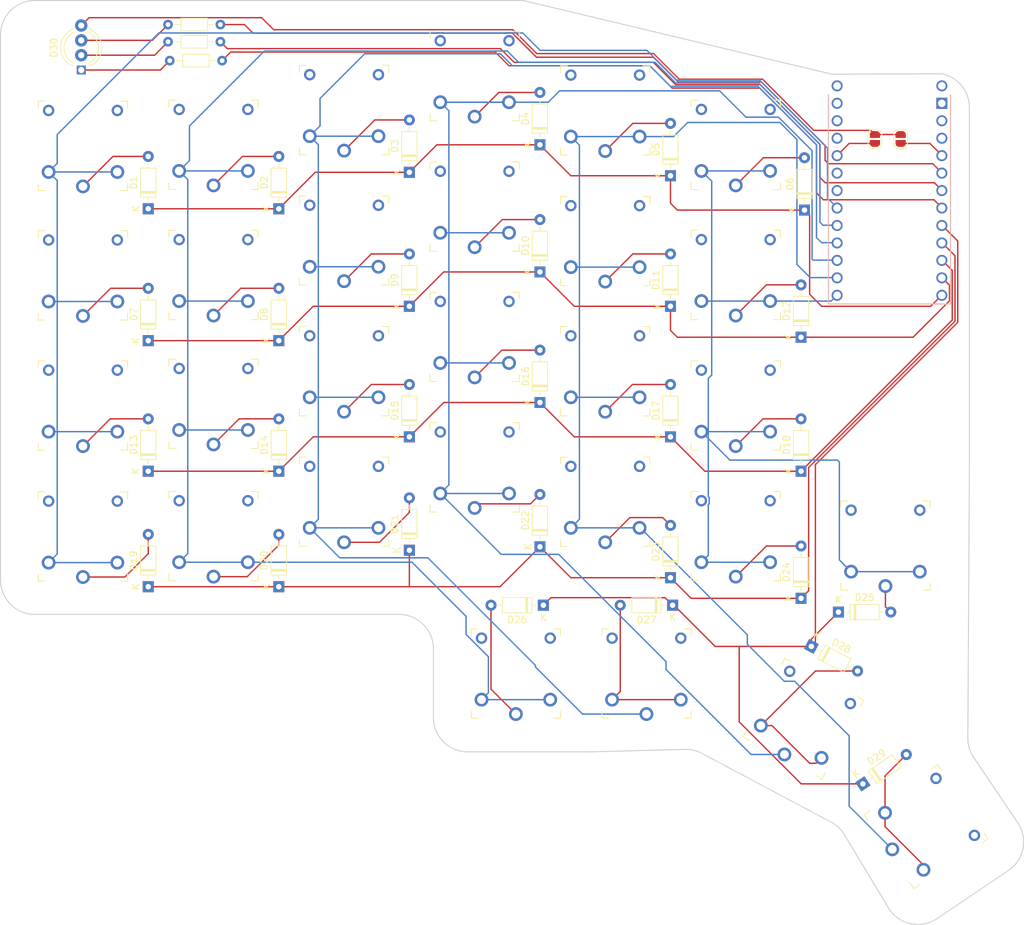
<source format=kicad_pcb>
(kicad_pcb (version 20241229) (generator "pcbnew") (generator_version "9.0")
  (layers (0 "F.Cu" signal) (2 "B.Cu" signal) (13 "F.Paste" user) (15 "B.Paste" user) (5 "F.SilkS" user "F.Silkscreen") (7 "B.SilkS" user "B.Silkscreen") (1 "F.Mask" user) (3 "B.Mask" user) (25 "Edge.Cuts" user))
  (net 0 "")
  (net 1 "ROW1")
  (net 2 "Net-(D1-A)")
  (net 3 "Net-(D2-A)")
  (net 4 "Net-(D3-A)")
  (net 5 "Net-(D4-A)")
  (net 6 "Net-(D5-A)")
  (net 7 "Net-(D6-A)")
  (net 8 "Net-(D7-A)")
  (net 9 "ROW2")
  (net 10 "Net-(D8-A)")
  (net 11 "Net-(D9-A)")
  (net 12 "Net-(D10-A)")
  (net 13 "Net-(D11-A)")
  (net 14 "Net-(D12-A)")
  (net 15 "Net-(D13-A)")
  (net 16 "ROW3")
  (net 17 "Net-(D14-A)")
  (net 18 "Net-(D15-A)")
  (net 19 "Net-(D16-A)")
  (net 20 "Net-(D17-A)")
  (net 21 "Net-(D18-A)")
  (net 22 "ROW4")
  (net 23 "Net-(D19-A)")
  (net 24 "Net-(D20-A)")
  (net 25 "Net-(D21-A)")
  (net 26 "Net-(D22-A)")
  (net 27 "Net-(D23-A)")
  (net 28 "Net-(D24-A)")
  (net 29 "Net-(D25-A)")
  (net 30 "ROWT")
  (net 31 "Net-(D26-A)")
  (net 32 "Net-(D27-A)")
  (net 33 "Net-(D28-A)")
  (net 34 "Net-(D29-A)")
  (net 35 "COL1")
  (net 36 "COL2")
  (net 37 "COL3")
  (net 38 "COL4")
  (net 39 "COL5")
  (net 40 "COL6")
  (net 41 "Net-(D30-BK)")
  (net 42 "Net-(D30-RK)")
  (net 44 "Net-(D30-GK)")
  (net 45 "3v3")
  (net 50 "LEDR")
  (net 53 "LEDG")
  (net 54 "LEDB")
  (net 55 "Net-(JP2-A)")
  (net 59 "Net-(JP1-A)")
  (footprint "Diode_THT:D_DO-35_SOD27_P7.62mm_Horizontal" (layer "F.Cu") (at 169 117.5 -28)
    (property "Reference" "D28")
    (property "Value" "1N4148")
  )
  (footprint "key-switches:SW_Kailh_Choc_V1V2_THT_Hybrid_doubleside" (layer "F.Cu") (at 63 101.5)
    (property "Reference" "SW19" (hide yes))
    (property "Value" "SW_Push" (hide yes))
  )
  (footprint "Diode_THT:D_DO-35_SOD27_P7.62mm_Horizontal" (layer "F.Cu") (at 167.5 92 90)
    (property "Reference" "D18")
    (property "Value" "1N4148")
  )
  (footprint "key-switches:SW_Kailh_Choc_V1V2_THT_Hybrid_doubleside" (layer "F.Cu") (at 120.000001 91.442194)
    (property "Reference" "SW22" (hide yes))
    (property "Value" "SW_Push" (hide yes))
  )
  (footprint "Diode_THT:D_DO-35_SOD27_P7.62mm_Horizontal" (layer "F.Cu") (at 91.5 73 90)
    (property "Reference" "D8")
    (property "Value" "1N4148")
  )
  (footprint "Diode_THT:D_DO-35_SOD27_P7.62mm_Horizontal" (layer "F.Cu") (at 148.5 107.5 90)
    (property "Reference" "D23")
    (property "Value" "1N4148")
  )
  (footprint "key-switches:SW_Kailh_Choc_V1V2_THT_Hybrid_doubleside" (layer "F.Cu") (at 158 44.5)
    (property "Reference" "SW6" (hide yes))
    (property "Value" "SW_Push" (hide yes))
  )
  (footprint "Diode_THT:D_DO-35_SOD27_P7.62mm_Horizontal" (layer "F.Cu") (at 72.5 53.809999 90)
    (property "Reference" "D1")
    (property "Value" "1N4148")
  )
  (footprint "Resistor_THT:R_Axial_DIN0204_L3.6mm_D1.6mm_P7.62mm_Horizontal" (layer "F.Cu") (at 75.63 32.25)
    (property "Reference" "R1" (hide yes))
    (property "Value" "R")
  )
  (footprint "key-switches:SW_Kailh_Choc_V1V2_THT_Hybrid_doubleside" (layer "F.Cu") (at 101.000001 58.442194)
    (property "Reference" "SW9" (hide yes))
    (property "Value" "SW_Push" (hide yes))
  )
  (footprint "key-switches:SW_Kailh_Choc_V1V2_THT_Hybrid_doubleside" (layer "F.Cu") (at 120.000001 72.442194)
    (property "Reference" "SW16" (hide yes))
    (property "Value" "SW_Push" (hide yes))
  )
  (footprint "key-switches:SW_Kailh_Choc_V1V2_THT_Hybrid_doubleside" (layer "F.Cu") (at 82 82.2)
    (property "Reference" "SW14" (hide yes))
    (property "Value" "SW_Push" (hide yes))
  )
  (footprint "key-switches:SW_Kailh_Choc_V1V2_THT_Hybrid_doubleside" (layer "F.Cu") (at 179.781626 102.817528)
    (property "Reference" "SW25" (hide yes))
    (property "Value" "SW_Push" (hide yes))
  )
  (footprint "Diode_THT:D_DO-35_SOD27_P7.62mm_Horizontal" (layer "F.Cu") (at 110.5 48.5 90)
    (property "Reference" "D3")
    (property "Value" "1N4148")
  )
  (footprint "Diode_THT:D_DO-35_SOD27_P7.62mm_Horizontal" (layer "F.Cu") (at 91.5 53.81 90)
    (property "Reference" "D2")
    (property "Value" "1N4148")
  )
  (footprint "Jumper:SolderJumper-2_P1.3mm_Open_RoundedPad1.0x1.5mm" (layer "F.Cu") (at 182 43.65 90)
    (property "Reference" "JP2" (hide yes))
    (property "Value" "SolderJumper_2_Open")
  )
  (footprint "key-switches:SW_Kailh_Choc_V1V2_THT_Hybrid_doubleside" (layer "F.Cu") (at 126.000001 121.442194)
    (property "Reference" "SW26" (hide yes))
    (property "Value" "SW_Push" (hide yes))
  )
  (footprint "MountingHole:MountingHole_2.2mm_M2" (layer "F.Cu") (at 90.25 33.75)
    (property "Reference" "REF**" (hide yes))
    (property "Value" "MountingHole_2.2mm_M2")
  )
  (footprint "Diode_THT:D_DO-35_SOD27_P7.62mm_Horizontal" (layer "F.Cu") (at 129.5 63 90)
    (property "Reference" "D10")
    (property "Value" "1N4148")
  )
  (footprint "key-switches:SW_Kailh_Choc_V1V2_THT_Hybrid_doubleside" (layer "F.Cu") (at 82.000001 63.442194)
    (property "Reference" "SW8" (hide yes))
    (property "Value" "SW_Push" (hide yes))
  )
  (footprint "Resistor_THT:R_Axial_DIN0204_L3.6mm_D1.6mm_P7.62mm_Horizontal" (layer "F.Cu") (at 75.38 29.5)
    (property "Reference" "R2" (hide yes))
    (property "Value" "R")
  )
  (footprint "key-switches:SW_Kailh_Choc_V1V2_THT_Hybrid_doubleside" (layer "F.Cu") (at 82.000001 101.442194)
    (property "Reference" "SW20" (hide yes))
    (property "Value" "SW_Push" (hide yes))
  )
  (footprint "Diode_THT:D_DO-35_SOD27_P7.62mm_Horizontal" (layer "F.Cu") (at 72.5 92 90)
    (property "Reference" "D13")
    (property "Value" "1N4148")
  )
  (footprint "key-switches:SW_Kailh_Choc_V1V2_THT_Hybrid_doubleside" (layer "F.Cu") (at 63.000001 82.442194)
    (property "Reference" "SW13" (hide yes))
    (property "Value" "SW_Push" (hide yes))
  )
  (footprint "Jumper:SolderJumper-2_P1.3mm_Open_RoundedPad1.0x1.5mm" (layer "F.Cu") (at 178.25 43.65 90)
    (property "Reference" "JP1" (hide yes))
    (property "Value" "SolderJumper_2_Open")
  )
  (footprint "Diode_THT:D_DO-35_SOD27_P7.62mm_Horizontal" (layer "F.Cu") (at 148.5 68 90)
    (property "Reference" "D11")
    (property "Value" "1N4148")
  )
  (footprint "Diode_THT:D_DO-35_SOD27_P7.62mm_Horizontal" (layer "F.Cu") (at 148.5 49 90)
    (property "Reference" "D5")
    (property "Value" "1N4148")
  )
  (footprint "theonepromicro:TheOneProMicro" (layer "F.Cu") (at 179.1 51.16)
    (property "Reference" "U2" (hide yes))
    (property "Value" "ProMicro")
  )
  (footprint "Diode_THT:D_DO-35_SOD27_P7.62mm_Horizontal" (layer "F.Cu") (at 172.94 112.5)
    (property "Reference" "D25")
    (property "Value" "1N4148")
  )
  (footprint "key-switches:SW_Kailh_Choc_V1V2_THT_Hybrid_doubleside" (layer "F.Cu") (at 167.849879 128.011957 -28)
    (property "Reference" "SW28" (hide yes))
    (property "Value" "SW_Push" (hide yes))
  )
  (footprint "key-switches:SW_Kailh_Choc_V1V2_THT_Hybrid_doubleside" (layer "F.Cu") (at 120 34.5)
    (property "Reference" "SW4" (hide yes))
    (property "Value" "SW_Push" (hide yes))
  )
  (footprint "MountingHole:MountingHole_2.2mm_M2" (layer "F.Cu") (at 182.5 121)
    (property "Reference" "REF**" (hide yes))
    (property "Value" "MountingHole_2.2mm_M2")
  )
  (footprint "key-switches:SW_Kailh_Choc_V1V2_THT_Hybrid_doubleside" (layer "F.Cu") (at 63 44.65)
    (property "Reference" "SW1" (hide yes))
    (property "Value" "SW_Push" (hide yes))
  )
  (footprint "key-switches:SW_Kailh_Choc_V1V2_THT_Hybrid_doubleside" (layer "F.Cu") (at 139.000001 77.442194)
    (property "Reference" "SW17" (hide yes))
    (property "Value" "SW_Push" (hide yes))
  )
  (footprint "Diode_THT:D_DO-35_SOD27_P7.62mm_Horizontal" (layer "F.Cu") (at 129.5 103 90)
    (property "Reference" "D22")
    (property "Value" "1N4148")
  )
  (footprint "key-switches:SW_Kailh_Choc_V1V2_THT_Hybrid_doubleside" (layer "F.Cu") (at 101.000001 39.442194)
    (property "Reference" "SW3" (hide yes))
    (property "Value" "SW_Push" (hide yes))
  )
  (footprint "key-switches:SW_Kailh_Choc_V1V2_THT_Hybrid_doubleside" (layer "F.Cu") (at 145.000001 121.442194)
    (property "Reference" "SW27" (hide yes))
    (property "Value" "SW_Push" (hide yes))
  )
  (footprint "Diode_THT:D_DO-35_SOD27_P7.62mm_Horizontal" (layer "F.Cu") (at 148.5 87 90)
    (property "Reference" "D17")
    (property "Value" "1N4148")
  )
  (footprint "LED_THT:LED_D5.0mm-4_RGB_Wide_Pins" (layer "F.Cu") (at 62.75 33.613 90)
    (property "Reference" "D30")
    (property "Value" "LED_RGBA")
  )
  (footprint "Diode_THT:D_DO-35_SOD27_P7.62mm_Horizontal" (layer "F.Cu") (at 168 54 90)
    (property "Reference" "D6")
    (property "Value" "1N4148" (hide yes))
  )
  (footprint "Diode_THT:D_DO-35_SOD27_P7.62mm_Horizontal" (layer "F.Cu") (at 72.5 108.81 90)
    (property "Reference" "D19")
    (property "Value" "1N4148")
  )
  (footprint "Diode_THT:D_DO-35_SOD27_P7.62mm_Horizontal" (layer "F.Cu") (at 129.5 82 90)
    (property "Reference" "D16")
    (property "Value" "1N4148")
  )
  (footprint "Diode_THT:D_DO-35_SOD27_P7.62mm_Horizontal" (layer "F.Cu") (at 148.81 111.5 180)
    (property "Reference" "D27")
    (property "Value" "1N4148")
  )
  (footprint "Diode_THT:D_DO-35_SOD27_P7.62mm_Horizontal" (layer "F.Cu") (at 129.5 44.5 90)
    (property "Reference" "D4")
    (property "Value" "1N4148")
  )
  (footprint "MountingHole:MountingHole_2.2mm_M2" (layer "F.Cu") (at 180.25 58.5)
    (property "Reference" "REF**" (hide yes))
    (property "Value" "MountingHole_2.2mm_M2")
  )
  (footprint "MountingHole:MountingHole_2.2mm_M2" (layer "F.Cu") (at 118.5 104)
    (property "Reference" "REF**" (hide yes))
    (property "Value" "MountingHole_2.2mm_M2")
  )
  (footprint "key-switches:SW_Kailh_Choc_V1V2_THT_Hybrid_doubleside" (layer "F.Cu") (at 82 44.5)
    (property "Reference" "SW2" (hide yes))
    (property "Value" "SW_Push" (hide yes))
  )
  (footprint "Diode_THT:D_DO-35_SOD27_P7.62mm_Horizontal" (layer "F.Cu") (at 176.5 137.5 34)
    (property "Reference" "D29")
    (property "Value" "1N4148")
  )
  (footprint "key-switches:SW_Kailh_Choc_V1V2_THT_Hybrid_doubleside" (layer "F.Cu") (at 158.000001 63.442194)
    (property "Reference" "SW12" (hide yes))
    (property "Value" "SW_Push" (hide yes))
  )
  (footprint "Diode_THT:D_DO-35_SOD27_P7.62mm_Horizontal" (layer "F.Cu") (at 110.5 68 90)
    (property "Reference" "D9")
    (property "Value" "1N4148")
  )
  (footprint "key-switches:SW_Kailh_Choc_V1V2_THT_Hybrid_doubleside" (layer "F.Cu") (at 139 39.5)
    (property "Reference" "SW5" (hide yes))
    (property "Value" "SW_Push" (hide yes))
  )
  (footprint "Diode_THT:D_DO-35_SOD27_P7.62mm_Horizontal" (layer "F.Cu") (at 167.5 72.5 90)
    (property "Reference" "D12")
    (property "Value" "1N4148")
  )
  (footprint "Diode_THT:D_DO-35_SOD27_P7.62mm_Horizontal" (layer "F.Cu") (at 91.5 92 90)
    (property "Reference" "D14")
    (property "Value" "1N4148")
  )
  (footprint "Diode_THT:D_DO-35_SOD27_P7.62mm_Horizontal" (layer "F.Cu") (at 72.5 73 90)
    (property "Reference" "D7")
    (property "Value" "1N4148")
  )
  (footprint "key-switches:SW_Kailh_Choc_V1V2_THT_Hybrid_doubleside" (layer "F.Cu") (at 158.000001 82.442194)
    (property "Reference" "SW18" (hide yes))
    (property "Value" "SW_Push" (hide yes))
  )
  (footprint "key-switches:SW_Kailh_Choc_V1V2_THT_Hybrid_doubleside" (layer "F.Cu") (at 139 58.5)
    (property "Reference" "SW11" (hide yes))
    (property "Value" "SW_Push" (hide yes))
  )
  (footprint "key-switches:SW_Kailh_Choc_V1V2_THT_Hybrid_doubleside" (layer "F.Cu") (at 120 53.5)
    (property "Reference" "SW10" (hide yes))
    (property "Value" "SW_Push" (hide yes))
  )
  (footprint "key-switches:SW_Kailh_Choc_V1V2_THT_Hybrid_doubleside" (layer "F.Cu") (at 139.000001 96.442194)
    (property "Reference" "SW23" (hide yes))
    (property "Value" "SW_Push" (hide yes))
  )
  (footprint "Diode_THT:D_DO-35_SOD27_P7.62mm_Horizontal" (layer "F.Cu") (at 110.5 103.5 90)
    (property "Reference" "D21")
    (property "Value" "1N4148")
  )
  (footprint "key-switches:SW_Kailh_Choc_V1V2_THT_Hybrid_doubleside" (layer "F.Cu") (at 101.000001 77.442194)
    (property "Reference" "SW15" (hide yes))
    (property "Value" "SW_Push" (hide yes))
  )
  (footprint "key-switches:SW_Kailh_Choc_V1V2_THT_Hybrid_doubleside" (layer "F.Cu") (at 101.000001 96.442194)
    (property "Reference" "SW21" (hide yes))
    (property "Value" "SW_Push" (hide yes))
  )
  (footprint "key-switches:SW_Kailh_Choc_V1V2_THT_Hybrid_doubleside" (layer "F.Cu") (at 185.669256 143.731057 -56)
    (property "Reference" "SW29" (hide yes))
    (property "Value" "SW_Push" (hide yes))
  )
  (footprint "key-switches:SW_Kailh_Choc_V1V2_THT_Hybrid_doubleside" (layer "F.Cu") (at 63 63.5)
    (property "Reference" "SW7" (hide yes))
    (property "Value" "SW_Push" (hide yes))
  )
  (footprint "Diode_THT:D_DO-35_SOD27_P7.62mm_Horizontal" (layer "F.Cu") (at 130 111.5 180)
    (property "Reference" "D26")
    (property "Value" "1N4148")
  )
  (footprint "Diode_THT:D_DO-35_SOD27_P7.62mm_Horizontal" (layer "F.Cu") (at 167.5 110.5 90)
    (property "Reference" "D24")
    (property "Value" "1N4148")
  )
  (footprint "Resistor_THT:R_Axial_DIN0204_L3.6mm_D1.6mm_P7.62mm_Horizontal" (layer "F.Cu") (at 75.38 27)
    (property "Reference" "R3" (hide yes))
    (property "Value" "R")
  )
  (footprint "Diode_THT:D_DO-35_SOD27_P7.62mm_Horizontal" (layer "F.Cu") (at 91.5 108.81 90)
    (property "Reference" "D20")
    (property "Value" "1N4148")
  )
  (footprint "key-switches:SW_Kailh_Choc_V1V2_THT_Hybrid_doubleside" (layer "F.Cu") (at 158.000001 101.442194)
    (property "Reference" "SW24" (hide yes))
    (property "Value" "SW_Push" (hide yes))
  )
  (footprint "Diode_THT:D_DO-35_SOD27_P7.62mm_Horizontal" (layer "F.Cu") (at 110.5 87 90)
    (property "Reference" "D15")
    (property "Value" "1N4148")
  )
  (gr_line (start 150.585168 132.479109) (end 137.066781 132.840409) (stroke (width 0.15)) (layer "Edge.Cuts"))
  (gr_line (start 197.685411 150.100673) (end 187.293643 157.11001) (stroke (width 0.15)) (layer "Edge.Cuts"))
  (gr_arc (start 109.000001 112.842194) (mid 112.535536 114.30666) (end 114.000001 117.842194) (stroke (width 0.15)) (layer "Edge.Cuts"))
  (gr_line (start 56.000001 112.842194) (end 109.000001 112.842194) (stroke (width 0.15)) (layer "Edge.Cuts"))
  (gr_arc (start 51 28.500001) (mid 52.449517 24.979479) (end 55.957629 23.50018) (stroke (width 0.15)) (layer "Edge.Cuts"))
  (gr_arc (start 119.000001 132.842194) (mid 115.464469 131.377728) (end 114.000001 127.842194) (stroke (width 0.15)) (layer "Edge.Cuts"))
  (gr_arc (start 187.942475 34.163411) (mid 190.85438 35.888845) (end 192.000001 39.073782) (stroke (width 0.15)) (layer "Edge.Cuts"))
  (gr_line (start 136.933196 132.842194) (end 119.000001 132.842194) (stroke (width 0.15)) (layer "Edge.Cuts"))
  (gr_arc (start 192.000001 91.927668) (mid 191.99998 91.942188) (end 191.999917 91.956708) (stroke (width 0.15)) (layer "Edge.Cuts"))
  (gr_line (start 106.996689 23.5) (end 126.5 23.5) (stroke (width 0.15)) (layer "Edge.Cuts"))
  (gr_arc (start 56.000001 112.842194) (mid 52.464469 111.377728) (end 51.000001 107.842194) (stroke (width 0.15)) (layer "Edge.Cuts"))
  (gr_line (start 51.000001 107.842194) (end 51.000001 28.500001) (stroke (width 0.15)) (layer "Edge.Cuts"))
  (gr_arc (start 192.628825 133.662518) (mid 191.988275 132.314519) (end 191.774097 130.837514) (stroke (width 0.15)) (layer "Edge.Cuts"))
  (gr_line (start 114.000001 127.842194) (end 114.000001 117.842194) (stroke (width 0.15)) (layer "Edge.Cuts"))
  (gr_arc (start 199.034633 143.159521) (mid 199.797584 146.909537) (end 197.685411 150.100673) (stroke (width 0.15)) (layer "Edge.Cuts"))
  (gr_arc (start 150.585168 132.479109) (mid 151.863435 132.610132) (end 153.066111 133.062586) (stroke (width 0.15)) (layer "Edge.Cuts"))
  (gr_arc (start 137.066781 132.840409) (mid 136.999994 132.841748) (end 136.933196 132.842194) (stroke (width 0.15)) (layer "Edge.Cuts"))
  (gr_arc (start 171.870599 143.06111) (mid 172.96375 143.8478) (end 173.8073 144.897702) (stroke (width 0.15)) (layer "Edge.Cuts"))
  (gr_line (start 191.999917 91.956708) (end 191.774097 130.837514) (stroke (width 0.15)) (layer "Edge.Cuts"))
  (gr_arc (start 187.293643 157.11001) (mid 183.417173 157.846657) (end 180.213619 155.542968) (stroke (width 0.15)) (layer "Edge.Cuts"))
  (gr_line (start 180.213619 155.542968) (end 173.8073 144.897702) (stroke (width 0.15)) (layer "Edge.Cuts"))
  (gr_line (start 171.870599 143.06111) (end 153.066111 133.062586) (stroke (width 0.15)) (layer "Edge.Cuts"))
  (gr_line (start 127.442474 23.589633) (end 172 34.226414) (stroke (width 0.15)) (layer "Edge.Cuts"))
  (gr_line (start 192.628825 133.662518) (end 199.034634 143.159521) (stroke (width 0.15)) (layer "Edge.Cuts"))
  (gr_arc (start 126.5 23.5) (mid 126.973363 23.522457) (end 127.442474 23.589629) (stroke (width 0.15)) (layer "Edge.Cuts"))
  (gr_line (start 172 34.226414) (end 187.942475 34.163411) (stroke (width 0.15)) (layer "Edge.Cuts"))
  (gr_line (start 55.957556 23.50018) (end 107 23.5) (stroke (width 0.15)) (layer "Edge.Cuts"))
  (gr_line (start 192.000001 39.073782) (end 192.000001 91.927669) (stroke (width 0.15)) (layer "Edge.Cuts"))
  (segment (start 149.5 54) (end 148.5 53) (width 0.2) (layer "F.Cu") (net 1))
  (segment (start 114.5 44.5) (end 110.5 48.5) (width 0.2) (layer "F.Cu") (net 1))
  (segment (start 168 54) (end 168.75 54.75) (width 0.2) (layer "F.Cu") (net 1))
  (segment (start 186.36 68) (end 188 66.36) (width 0.2) (layer "F.Cu") (net 1))
  (segment (start 170.5 68) (end 186.36 68) (width 0.2) (layer "F.Cu") (net 1))
  (segment (start 148.5 53) (end 148.5 49) (width 0.2) (layer "F.Cu") (net 1))
  (segment (start 168 54) (end 149.5 54) (width 0.2) (layer "F.Cu") (net 1))
  (segment (start 110.5 48.5) (end 96.81 48.5) (width 0.2) (layer "F.Cu") (net 1))
  (segment (start 129.5 44.5) (end 114.5 44.5) (width 0.2) (layer "F.Cu") (net 1))
  (segment (start 134 49) (end 148.5 49) (width 0.2) (layer "F.Cu") (net 1))
  (segment (start 168.75 54.75) (end 168.75 66.25) (width 0.2) (layer "F.Cu") (net 1))
  (segment (start 91.5 53.81) (end 72.5 53.809999) (width 0.2) (layer "F.Cu") (net 1))
  (segment (start 129.5 44.5) (end 134 49) (width 0.2) (layer "F.Cu") (net 1))
  (segment (start 168.75 66.25) (end 170.5 68) (width 0.2) (layer "F.Cu") (net 1))
  (segment (start 96.81 48.5) (end 91.5 53.81) (width 0.2) (layer "F.Cu") (net 1))
  (segment (start 63 50.55) (end 67.360001 46.189999) (width 0.2) (layer "F.Cu") (net 2))
  (segment (start 67.360001 46.189999) (end 72.5 46.189999) (width 0.2) (layer "F.Cu") (net 2))
  (segment (start 86.21 46.19) (end 91.5 46.19) (width 0.2) (layer "F.Cu") (net 3))
  (segment (start 82 50.4) (end 86.21 46.19) (width 0.2) (layer "F.Cu") (net 3))
  (segment (start 105.462195 40.88) (end 110.5 40.88) (width 0.2) (layer "F.Cu") (net 4))
  (segment (start 101.000001 45.342194) (end 105.462195 40.88) (width 0.2) (layer "F.Cu") (net 4))
  (segment (start 123.52 36.88) (end 129.5 36.88) (width 0.2) (layer "F.Cu") (net 5))
  (segment (start 120 40.4) (end 123.52 36.88) (width 0.2) (layer "F.Cu") (net 5))
  (segment (start 139 45.4) (end 143.02 41.38) (width 0.2) (layer "F.Cu") (net 6))
  (segment (start 143.02 41.38) (end 148.5 41.38) (width 0.2) (layer "F.Cu") (net 6))
  (segment (start 158 50.4) (end 162.02 46.38) (width 0.2) (layer "F.Cu") (net 7))
  (segment (start 162.02 46.38) (end 168 46.38) (width 0.2) (layer "F.Cu") (net 7))
  (segment (start 63 69.4) (end 67.02 65.38) (width 0.2) (layer "F.Cu") (net 8))
  (segment (start 67.02 65.38) (end 72.5 65.38) (width 0.2) (layer "F.Cu") (net 8))
  (segment (start 134.5 68) (end 148.5 68) (width 0.2) (layer "F.Cu") (net 9))
  (segment (start 110.5 68) (end 115.5 63) (width 0.2) (layer "F.Cu") (net 9))
  (segment (start 72.5 73) (end 91.5 73) (width 0.2) (layer "F.Cu") (net 9))
  (segment (start 96.5 68) (end 110.5 68) (width 0.2) (layer "F.Cu") (net 9))
  (segment (start 148.5 71.5) (end 149.5 72.5) (width 0.2) (layer "F.Cu") (net 9))
  (segment (start 149.5 72.5) (end 167.5 72.5) (width 0.2) (layer "F.Cu") (net 9))
  (segment (start 189.101 67.204075) (end 189.101 64.921) (width 0.2) (layer "F.Cu") (net 9))
  (segment (start 183.805075 72.5) (end 189.101 67.204075) (width 0.2) (layer "F.Cu") (net 9))
  (segment (start 189.101 64.921) (end 188 63.82) (width 0.2) (layer "F.Cu") (net 9))
  (segment (start 115.5 63) (end 129.5 63) (width 0.2) (layer "F.Cu") (net 9))
  (segment (start 91.5 73) (end 96.5 68) (width 0.2) (layer "F.Cu") (net 9))
  (segment (start 167.5 72.5) (end 183.805075 72.5) (width 0.2) (layer "F.Cu") (net 9))
  (segment (start 129.5 63) (end 134.5 68) (width 0.2) (layer "F.Cu") (net 9))
  (segment (start 148.5 68) (end 148.5 71.5) (width 0.2) (layer "F.Cu") (net 9))
  (segment (start 85.962195 65.38) (end 91.5 65.38) (width 0.2) (layer "F.Cu") (net 10))
  (segment (start 82.000001 69.342194) (end 85.962195 65.38) (width 0.2) (layer "F.Cu") (net 10))
  (segment (start 104.962195 60.38) (end 110.5 60.38) (width 0.2) (layer "F.Cu") (net 11))
  (segment (start 101.000001 64.342194) (end 104.962195 60.38) (width 0.2) (layer "F.Cu") (net 11))
  (segment (start 124.02 55.38) (end 129.5 55.38) (width 0.2) (layer "F.Cu") (net 12))
  (segment (start 120 59.4) (end 124.02 55.38) (width 0.2) (layer "F.Cu") (net 12))
  (segment (start 139 64.4) (end 143.02 60.38) (width 0.2) (layer "F.Cu") (net 13))
  (segment (start 143.02 60.38) (end 148.5 60.38) (width 0.2) (layer "F.Cu") (net 13))
  (segment (start 162.462195 64.88) (end 167.5 64.88) (width 0.2) (layer "F.Cu") (net 14))
  (segment (start 158.000001 69.342194) (end 162.462195 64.88) (width 0.2) (layer "F.Cu") (net 14))
  (segment (start 66.962195 84.38) (end 72.5 84.38) (width 0.2) (layer "F.Cu") (net 15))
  (segment (start 63.000001 88.342194) (end 66.962195 84.38) (width 0.2) (layer "F.Cu") (net 15))
  (segment (start 115.5 82) (end 129.5 82) (width 0.2) (layer "F.Cu") (net 16))
  (segment (start 96.5 87) (end 110.5 87) (width 0.2) (layer "F.Cu") (net 16))
  (segment (start 110.5 87) (end 115.5 82) (width 0.2) (layer "F.Cu") (net 16))
  (segment (start 129.5 82) (end 134.5 87) (width 0.2) (layer "F.Cu") (net 16))
  (segment (start 167.5 92) (end 189.502 69.998) (width 0.2) (layer "F.Cu") (net 16))
  (segment (start 148.5 87) (end 153.5 92) (width 0.2) (layer "F.Cu") (net 16))
  (segment (start 91.5 92) (end 96.5 87) (width 0.2) (layer "F.Cu") (net 16))
  (segment (start 134.5 87) (end 148.5 87) (width 0.2) (layer "F.Cu") (net 16))
  (segment (start 189.502 62.782) (end 188 61.28) (width 0.2) (layer "F.Cu") (net 16))
  (segment (start 72.5 92) (end 91.5 92) (width 0.2) (layer "F.Cu") (net 16))
  (segment (start 153.5 92) (end 167.5 92) (width 0.2) (layer "F.Cu") (net 16))
  (segment (start 189.502 69.998) (end 189.502 62.782) (width 0.2) (layer "F.Cu") (net 16))
  (segment (start 85.72 84.38) (end 91.5 84.38) (width 0.2) (layer "F.Cu") (net 17))
  (segment (start 82 88.1) (end 85.72 84.38) (width 0.2) (layer "F.Cu") (net 17))
  (segment (start 104.962195 79.38) (end 110.5 79.38) (width 0.2) (layer "F.Cu") (net 18))
  (segment (start 101.000001 83.342194) (end 104.962195 79.38) (width 0.2) (layer "F.Cu") (net 18))
  (segment (start 120.000001 78.342194) (end 123.962195 74.38) (width 0.2) (layer "F.Cu") (net 19))
  (segment (start 123.962195 74.38) (end 129.5 74.38) (width 0.2) (layer "F.Cu") (net 19))
  (segment (start 142.962195 79.38) (end 148.5 79.38) (width 0.2) (layer "F.Cu") (net 20))
  (segment (start 139.000001 83.342194) (end 142.962195 79.38) (width 0.2) (layer "F.Cu") (net 20))
  (segment (start 161.962195 84.38) (end 167.5 84.38) (width 0.2) (layer "F.Cu") (net 21))
  (segment (start 158.000001 88.342194) (end 161.962195 84.38) (width 0.2) (layer "F.Cu") (net 21))
  (segment (start 129.5 103) (end 134 107.5) (width 0.2) (layer "F.Cu") (net 22))
  (segment (start 189.903 60.643) (end 188 58.74) (width 0.2) (layer "F.Cu") (net 22))
  (segment (start 148.5 107.5) (end 151.5 110.5) (width 0.2) (layer "F.Cu") (net 22))
  (segment (start 151.5 110.5) (end 167.5 110.5) (width 0.2) (layer "F.Cu") (net 22))
  (segment (start 72.5 108.81) (end 91.5 108.81) (width 0.2) (layer "F.Cu") (net 22))
  (segment (start 134 107.5) (end 148.5 107.5) (width 0.2) (layer "F.Cu") (net 22))
  (segment (start 168.601 109.399) (end 168.601 91.4661) (width 0.2) (layer "F.Cu") (net 22))
  (segment (start 189.903 70.1641) (end 189.903 60.643) (width 0.2) (layer "F.Cu") (net 22))
  (segment (start 110.5 108.81) (end 123.69 108.81) (width 0.2) (layer "F.Cu") (net 22))
  (segment (start 110.5 103.5) (end 110.5 108.81) (width 0.2) (layer "F.Cu") (net 22))
  (segment (start 91.5 108.81) (end 110.5 108.81) (width 0.2) (layer "F.Cu") (net 22))
  (segment (start 123.69 108.81) (end 129.5 103) (width 0.2) (layer "F.Cu") (net 22))
  (segment (start 168.601 91.4661) (end 189.903 70.1641) (width 0.2) (layer "F.Cu") (net 22))
  (segment (start 167.5 110.5) (end 168.601 109.399) (width 0.2) (layer "F.Cu") (net 22))
  (segment (start 69.1 107.4) (end 72.5 104) (width 0.2) (layer "F.Cu") (net 23))
  (segment (start 72.5 104) (end 72.5 101.19) (width 0.2) (layer "F.Cu") (net 23))
  (segment (start 63 107.4) (end 69.1 107.4) (width 0.2) (layer "F.Cu") (net 23))
  (segment (start 82.000001 107.342194) (end 86.907806 107.342194) (width 0.2) (layer "F.Cu") (net 24))
  (segment (start 91.5 102.75) (end 91.5 101.19) (width 0.2) (layer "F.Cu") (net 24))
  (segment (start 86.907806 107.342194) (end 91.5 102.75) (width 0.2) (layer "F.Cu") (net 24))
  (segment (start 110.5 98) (end 110.5 95.88) (width 0.2) (layer "F.Cu") (net 25))
  (segment (start 106.157806 102.342194) (end 110.5 98) (width 0.2) (layer "F.Cu") (net 25))
  (segment (start 101.000001 102.342194) (end 106.157806 102.342194) (width 0.2) (layer "F.Cu") (net 25))
  (segment (start 120.000001 97.342194) (end 120.592195 96.75) (width 0.2) (layer "F.Cu") (net 26))
  (segment (start 120.592195 96.75) (end 128.13 96.75) (width 0.2) (layer "F.Cu") (net 26))
  (segment (start 128.13 96.75) (end 129.5 95.38) (width 0.2) (layer "F.Cu") (net 26))
  (segment (start 139.000001 102.342194) (end 142.592195 98.75) (width 0.2) (layer "F.Cu") (net 27))
  (segment (start 147.37 98.75) (end 148.5 99.88) (width 0.2) (layer "F.Cu") (net 27))
  (segment (start 142.592195 98.75) (end 147.37 98.75) (width 0.2) (layer "F.Cu") (net 27))
  (segment (start 158.000001 107.342194) (end 162.462195 102.88) (width 0.2) (layer "F.Cu") (net 28))
  (segment (start 162.462195 102.88) (end 167.5 102.88) (width 0.2) (layer "F.Cu") (net 28))
  (segment (start 179.781626 108.717528) (end 179.781626 111.721626) (width 0.2) (layer "F.Cu") (net 29))
  (segment (start 179.781626 111.721626) (end 180.56 112.5) (width 0.2) (layer "F.Cu") (net 29))
  (segment (start 131.101 110.399) (end 147.709 110.399) (width 0.2) (layer "F.Cu") (net 30))
  (segment (start 158.5 128.481243) (end 167.518757 137.5) (width 0.2) (layer "F.Cu") (net 30))
  (segment (start 169 117.5) (end 169 116.44) (width 0.2) (layer "F.Cu") (net 30))
  (segment (start 147.709 110.399) (end 148.81 111.5) (width 0.2) (layer "F.Cu") (net 30))
  (segment (start 190.304 58.504) (end 188 56.2) (width 0.2) (layer "F.Cu") (net 30))
  (segment (start 169.591532 116.908468) (end 169.591532 91.042668) (width 0.2) (layer "F.Cu") (net 30))
  (segment (start 169 117.5) (end 169.591532 116.908468) (width 0.2) (layer "F.Cu") (net 30))
  (segment (start 130 111.5) (end 131.101 110.399) (width 0.2) (layer "F.Cu") (net 30))
  (segment (start 155 117.5) (end 158.5 117.5) (width 0.2) (layer "F.Cu") (net 30))
  (segment (start 190.304 70.3302) (end 190.304 58.504) (width 0.2) (layer "F.Cu") (net 30))
  (segment (start 148.81 111.5) (end 149 111.5) (width 0.2) (layer "F.Cu") (net 30))
  (segment (start 158.5 117.5) (end 169 117.5) (width 0.2) (layer "F.Cu") (net 30))
  (segment (start 169 116.44) (end 172.94 112.5) (width 0.2) (layer "F.Cu") (net 30))
  (segment (start 169.591532 91.042668) (end 190.304 70.3302) (width 0.2) (layer "F.Cu") (net 30))
  (segment (start 167.518757 137.5) (end 176.5 137.5) (width 0.2) (layer "F.Cu") (net 30))
  (segment (start 149 111.5) (end 155 117.5) (width 0.2) (layer "F.Cu") (net 30))
  (segment (start 158.5 117.5) (end 158.5 128.481243) (width 0.2) (layer "F.Cu") (net 30))
  (segment (start 122.38 111.5) (end 122.38 123.722193) (width 0.2) (layer "F.Cu") (net 31))
  (segment (start 122.38 123.722193) (end 126.000001 127.342194) (width 0.2) (layer "F.Cu") (net 31))
  (segment (start 140.000001 125.242194) (end 150.000001 125.242194) (width 0.2) (layer "F.Cu") (net 32))
  (segment (start 141.19 111.5) (end 141.19 124.052195) (width 0.2) (layer "F.Cu") (net 32))
  (segment (start 141.19 124.052195) (end 140.000001 125.242194) (width 0.2) (layer "F.Cu") (net 32))
  (segment (start 175.72806 121.077373) (end 169.593576 121.077373) (width 0.2) (layer "F.Cu") (net 33))
  (segment (start 169.683184 134.5) (end 170.480625 133.702559) (width 0.2) (layer "F.Cu") (net 33))
  (segment (start 161.651149 129.0198) (end 163.2698 129.0198) (width 0.2) (layer "F.Cu") (net 33))
  (segment (start 163.2698 129.0198) (end 168.75 134.5) (width 0.2) (layer "F.Cu") (net 33))
  (segment (start 169.593576 121.077373) (end 161.651149 129.0198) (width 0.2) (layer "F.Cu") (net 33))
  (segment (start 168.75 134.5) (end 169.683184 134.5) (width 0.2) (layer "F.Cu") (net 33))
  (segment (start 179.722949 136.333267) (end 179.722949 141.710802) (width 0.2) (layer "F.Cu") (net 34))
  (segment (start 185.314878 149.314878) (end 185.314878 150.001178) (width 0.2) (layer "F.Cu") (net 34))
  (segment (start 179.722949 143.722949) (end 185.314878 149.314878) (width 0.2) (layer "F.Cu") (net 34))
  (segment (start 182.817266 133.23895) (end 179.722949 136.333267) (width 0.2) (layer "F.Cu") (net 34))
  (segment (start 179.722949 141.710802) (end 179.722949 143.722949) (width 0.2) (layer "F.Cu") (net 34))
  (segment (start 58 48.45) (end 68 48.45) (width 0.2) (layer "B.Cu") (net 35))
  (segment (start 58 48.45) (end 59.25 49.7) (width 0.2) (layer "B.Cu") (net 35))
  (segment (start 59.25 47.2) (end 59.25 43) (width 0.2) (layer "B.Cu") (net 35))
  (segment (start 58 67.3) (end 68 67.3) (width 0.2) (layer "B.Cu") (net 35))
  (segment (start 59.25 104.05) (end 58 105.3) (width 0.2) (layer "B.Cu") (net 35))
  (segment (start 171.35 52.25) (end 172.76 53.66) (width 0.2) (layer "B.Cu") (net 35))
  (segment (start 59.25 43) (end 74.026 28.224) (width 0.2) (layer "B.Cu") (net 35))
  (segment (start 129.526 30.75) (end 145.0671 30.75) (width 0.2) (layer "B.Cu") (net 35))
  (segment (start 59.25 49.7) (end 59.25 104.05) (width 0.2) (layer "B.Cu") (net 35))
  (segment (start 145.0671 30.75) (end 149.4161 35.099) (width 0.2) (layer "B.Cu") (net 35))
  (segment (start 58.000001 86.242194) (end 67.999999 86.242194) (width 0.2) (layer "B.Cu") (net 35))
  (segment (start 127 28.224) (end 129.526 30.75) (width 0.2) (layer "B.Cu") (net 35))
  (segment (start 149.4161 35.099) (end 161.475605 35.099) (width 0.2) (layer "B.Cu") (net 35))
  (segment (start 74.026 28.224) (end 127 28.224) (width 0.2) (layer "B.Cu") (net 35))
  (segment (start 161.475605 35.099) (end 171.35 44.973395) (width 0.2) (layer "B.Cu") (net 35))
  (segment (start 58 105.3) (end 68 105.3) (width 0.2) (layer "B.Cu") (net 35))
  (segment (start 171.35 44.973395) (end 171.35 52.25) (width 0.2) (layer "B.Cu") (net 35))
  (segment (start 58 48.45) (end 59.25 47.2) (width 0.2) (layer "B.Cu") (net 35))
  (segment (start 77 48.3) (end 87 48.3) (width 0.2) (layer "B.Cu") (net 36))
  (segment (start 89.401 30.849) (end 124.75 30.849) (width 0.2) (layer "B.Cu") (net 36))
  (segment (start 110.876013 105.242194) (end 118.75 113.116181) (width 0.2) (layer "B.Cu") (net 36))
  (segment (start 126.401 32.5) (end 146.25 32.5) (width 0.2) (layer "B.Cu") (net 36))
  (segment (start 78.5 41.75) (end 89.401 30.849) (width 0.2) (layer "B.Cu") (net 36))
  (segment (start 149.25 35.5) (end 161.309505 35.5) (width 0.2) (layer "B.Cu") (net 36))
  (segment (start 124.75 30.849) (end 126.401 32.5) (width 0.2) (layer "B.Cu") (net 36))
  (segment (start 146.25 32.5) (end 149.25 35.5) (width 0.2) (layer "B.Cu") (net 36))
  (segment (start 118.75 113.116181) (end 118.75 115.75) (width 0.2) (layer "B.Cu") (net 36))
  (segment (start 170.25 44.440495) (end 170.25 55.75) (width 0.2) (layer "B.Cu") (net 36))
  (segment (start 77.000001 67.242194) (end 86.999999 67.242194) (width 0.2) (layer "B.Cu") (net 36))
  (segment (start 77 48.3) (end 78.5 46.8) (width 0.2) (layer "B.Cu") (net 36))
  (segment (start 170.25 55.75) (end 170.7 56.2) (width 0.2) (layer "B.Cu") (net 36))
  (segment (start 77 86) (end 87 86) (width 0.2) (layer "B.Cu") (net 36))
  (segment (start 170.7 56.2) (end 172.76 56.2) (width 0.2) (layer "B.Cu") (net 36))
  (segment (start 121.000001 125.242194) (end 131 125.242194) (width 0.2) (layer "B.Cu") (net 36))
  (segment (start 118.75 115.75) (end 122.000001 119.000001) (width 0.2) (layer "B.Cu") (net 36))
  (segment (start 77.000001 105.242194) (end 110.876013 105.242194) (width 0.2) (layer "B.Cu") (net 36))
  (segment (start 122.000001 124.242194) (end 121.000001 125.242194) (width 0.2) (layer "B.Cu") (net 36))
  (segment (start 161.309505 35.5) (end 170.25 44.440495) (width 0.2) (layer "B.Cu") (net 36))
  (segment (start 78.5 46.8) (end 78.5 41.75) (width 0.2) (layer "B.Cu") (net 36))
  (segment (start 78.25 49.55) (end 78.25 103.992195) (width 0.2) (layer "B.Cu") (net 36))
  (segment (start 78.25 103.992195) (end 77.000001 105.242194) (width 0.2) (layer "B.Cu") (net 36))
  (segment (start 122.000001 119.000001) (end 122.000001 124.242194) (width 0.2) (layer "B.Cu") (net 36))
  (segment (start 77 48.3) (end 78.25 49.55) (width 0.2) (layer "B.Cu") (net 36))
  (segment (start 96.000001 43.242194) (end 106.000001 43.242194) (width 0.2) (layer "B.Cu") (net 37))
  (segment (start 128.851001 120.261271) (end 113.19073 104.601) (width 0.2) (layer "B.Cu") (net 37))
  (segment (start 170.49 58.74) (end 172.76 58.74) (width 0.2) (layer "B.Cu") (net 37))
  (segment (start 145.5 33) (end 148.5 36) (width 0.2) (layer "B.Cu") (net 37))
  (segment (start 96.000001 62.242194) (end 106.000001 62.242194) (width 0.2) (layer "B.Cu") (net 37))
  (segment (start 135.700258 127.342194) (end 128.851001 120.492937) (width 0.2) (layer "B.Cu") (net 37))
  (segment (start 169.75 58) (end 170.49 58.74) (width 0.2) (layer "B.Cu") (net 37))
  (segment (start 97.25 44.492193) (end 97.25 98.992195) (width 0.2) (layer "B.Cu") (net 37))
  (segment (start 96.000001 43.242194) (end 97.25 44.492193) (width 0.2) (layer "B.Cu") (net 37))
  (segment (start 97.5 41.742195) (end 97.5 37.75) (width 0.2) (layer "B.Cu") (net 37))
  (segment (start 128.851001 120.492937) (end 128.851001 120.261271) (width 0.2) (layer "B.Cu") (net 37))
  (segment (start 97.25 98.992195) (end 96.000001 100.242194) (width 0.2) (layer "B.Cu") (net 37))
  (segment (start 123.75 31.25) (end 125.5 33) (width 0.2) (layer "B.Cu") (net 37))
  (segment (start 97.5 37.75) (end 104 31.25) (width 0.2) (layer "B.Cu") (net 37))
  (segment (start 125.5 33) (end 145.5 33) (width 0.2) (layer "B.Cu") (net 37))
  (segment (start 145.000001 127.342194) (end 135.700258 127.342194) (width 0.2) (layer "B.Cu") (net 37))
  (segment (start 96.000001 100.242194) (end 106.000001 100.242194) (width 0.2) (layer "B.Cu") (net 37))
  (segment (start 113.19073 104.601) (end 100.358807 104.601) (width 0.2) (layer "B.Cu") (net 37))
  (segment (start 96.000001 81.242194) (end 106.000001 81.242194) (width 0.2) (layer "B.Cu") (net 37))
  (segment (start 104 31.25) (end 123.75 31.25) (width 0.2) (layer "B.Cu") (net 37))
  (segment (start 169.75 44.507595) (end 169.75 58) (width 0.2) (layer "B.Cu") (net 37))
  (segment (start 148.5 36) (end 161.242405 36) (width 0.2) (layer "B.Cu") (net 37))
  (segment (start 96.000001 43.242194) (end 97.5 41.742195) (width 0.2) (layer "B.Cu") (net 37))
  (segment (start 161.242405 36) (end 169.75 44.507595) (width 0.2) (layer "B.Cu") (net 37))
  (segment (start 100.358807 104.601) (end 96.000001 100.242194) (width 0.2) (layer "B.Cu") (net 37))
  (segment (start 116.25 93.992195) (end 115.000001 95.242194) (width 0.2) (layer "B.Cu") (net 38))
  (segment (start 159.476 40.476) (end 155.649 36.649) (width 0.2) (layer "B.Cu") (net 38))
  (segment (start 132.23395 104.101) (end 123.858807 104.101) (width 0.2) (layer "B.Cu") (net 38))
  (segment (start 147.851001 120.851001) (end 147.851001 119.718051) (width 0.2) (layer "B.Cu") (net 38))
  (segment (start 115 57.3) (end 125 57.3) (width 0.2) (layer "B.Cu") (net 38))
  (segment (start 116.25 39.55) (end 116.25 93.992195) (width 0.2) (layer "B.Cu") (net 38))
  (segment (start 123.858807 104.101) (end 115.000001 95.242194) (width 0.2) (layer "B.Cu") (net 38))
  (segment (start 165.079997 133.221348) (end 160.221348 133.221348) (width 0.2) (layer "B.Cu") (net 38))
  (segment (start 172.76 61.28) (end 169.25 61.28) (width 0.2) (layer "B.Cu") (net 38))
  (segment (start 115 38.3) (end 116.25 39.55) (width 0.2) (layer "B.Cu") (net 38))
  (segment (start 169.101 61.131) (end 169.101 45.35685) (width 0.2) (layer "B.Cu") (net 38))
  (segment (start 160.221348 133.221348) (end 147.851001 120.851001) (width 0.2) (layer "B.Cu") (net 38))
  (segment (start 115 38.3) (end 125 38.3) (width 0.2) (layer "B.Cu") (net 38))
  (segment (start 164.22015 40.476) (end 159.476 40.476) (width 0.2) (layer "B.Cu") (net 38))
  (segment (start 169.101 45.35685) (end 164.22015 40.476) (width 0.2) (layer "B.Cu") (net 38))
  (segment (start 169.25 61.28) (end 169.101 61.131) (width 0.2) (layer "B.Cu") (net 38))
  (segment (start 115.000001 76.242194) (end 124.999999 76.242194) (width 0.2) (layer "B.Cu") (net 38))
  (segment (start 130.709595 38.3) (end 115 38.3) (width 0.2) (layer "B.Cu") (net 38))
  (segment (start 115.000001 95.242194) (end 124.999999 95.242194) (width 0.2) (layer "B.Cu") (net 38))
  (segment (start 132.360595 36.649) (end 130.709595 38.3) (width 0.2) (layer "B.Cu") (net 38))
  (segment (start 147.851001 119.718051) (end 132.23395 104.101) (width 0.2) (layer "B.Cu") (net 38))
  (segment (start 155.649 36.649) (end 132.360595 36.649) (width 0.2) (layer "B.Cu") (net 38))
  (segment (start 180.777934 147.030295) (end 174.5 140.752361) (width 0.2) (layer "B.Cu") (net 39))
  (segment (start 134 62.3) (end 144 62.3) (width 0.2) (layer "B.Cu") (net 39))
  (segment (start 174.5 130.5) (end 166.565077 122.565077) (width 0.2) (layer "B.Cu") (net 39))
  (segment (start 166.899 43.72195) (end 166.899 61.899) (width 0.2) (layer "B.Cu") (net 39))
  (segment (start 148.952 43.3) (end 151.002 41.25) (width 0.2) (layer "B.Cu") (net 39))
  (segment (start 135.25 44.55) (end 135.25 98.992195) (width 0.2) (layer "B.Cu") (net 39))
  (segment (start 165.065077 122.565077) (end 159.684923 117.184923) (width 0.2) (layer "B.Cu") (net 39))
  (segment (start 164.42705 41.25) (end 166.899 43.72195) (width 0.2) (layer "B.Cu") (net 39))
  (segment (start 159.684923 117.184923) (end 159.684923 115.815077) (width 0.2) (layer "B.Cu") (net 39))
  (segment (start 134.000001 81.242194) (end 143.999999 81.242194) (width 0.2) (layer "B.Cu") (net 39))
  (segment (start 151.002 41.25) (end 164.42705 41.25) (width 0.2) (layer "B.Cu") (net 39))
  (segment (start 174.5 140.752361) (end 174.5 130.5) (width 0.2) (layer "B.Cu") (net 39))
  (segment (start 159.684923 115.815077) (end 144.112039 100.242194) (width 0.2) (layer "B.Cu") (net 39))
  (segment (start 135.25 98.992195) (end 134.000001 100.242194) (width 0.2) (layer "B.Cu") (net 39))
  (segment (start 168.82 63.82) (end 172.76 63.82) (width 0.2) (layer "B.Cu") (net 39))
  (segment (start 144.112039 100.242194) (end 134.000001 100.242194) (width 0.2) (layer "B.Cu") (net 39))
  (segment (start 166.899 61.899) (end 168.82 63.82) (width 0.2) (layer "B.Cu") (net 39))
  (segment (start 144 43.3) (end 148.952 43.3) (width 0.2) (layer "B.Cu") (net 39))
  (segment (start 134 43.3) (end 144 43.3) (width 0.2) (layer "B.Cu") (net 39))
  (segment (start 134 43.3) (end 135.25 44.55) (width 0.2) (layer "B.Cu") (net 39))
  (segment (start 166.565077 122.565077) (end 165.065077 122.565077) (width 0.2) (layer "B.Cu") (net 39))
  (segment (start 154 78.5) (end 154 95.69979) (width 0.2) (layer "B.Cu") (net 40))
  (segment (start 171.877806 67.242194) (end 172.76 66.36) (width 0.2) (layer "B.Cu") (net 40))
  (segment (start 174.781626 106.617528) (end 184.781626 106.617528) (width 0.2) (layer "B.Cu") (net 40))
  (segment (start 154 95.69979) (end 154.125999 95.825789) (width 0.2) (layer "B.Cu") (net 40))
  (segment (start 154.5 78) (end 154 78.5) (width 0.2) (layer "B.Cu") (net 40))
  (segment (start 162.999999 67.242194) (end 171.877806 67.242194) (width 0.2) (layer "B.Cu") (net 40))
  (segment (start 153 48.3) (end 163 48.3) (width 0.2) (layer "B.Cu") (net 40))
  (segment (start 153 48.3) (end 154.5 49.8) (width 0.2) (layer "B.Cu") (net 40))
  (segment (start 173.079726 104.915628) (end 173.079726 90.662224) (width 0.2) (layer "B.Cu") (net 40))
  (segment (start 154.5 49.8) (end 154.5 78) (width 0.2) (layer "B.Cu") (net 40))
  (segment (start 153.000001 105.242194) (end 162.999999 105.242194) (width 0.2) (layer "B.Cu") (net 40))
  (segment (start 153.000001 67.242194) (end 162.999999 67.242194) (width 0.2) (layer "B.Cu") (net 40))
  (segment (start 153.000001 86.242194) (end 162.999999 86.242194) (width 0.2) (layer "B.Cu") (net 40))
  (segment (start 173.079726 90.662224) (end 172.799501 90.381999) (width 0.2) (layer "B.Cu") (net 40))
  (segment (start 154.125999 95.825789) (end 154.125999 96.758599) (width 0.2) (layer "B.Cu") (net 40))
  (segment (start 172.799501 90.381999) (end 157.139806 90.381999) (width 0.2) (layer "B.Cu") (net 40))
  (segment (start 154 104.242195) (end 153.000001 105.242194) (width 0.2) (layer "B.Cu") (net 40))
  (segment (start 154 96.884598) (end 154 104.242195) (width 0.2) (layer "B.Cu") (net 40))
  (segment (start 174.781626 106.617528) (end 173.079726 104.915628) (width 0.2) (layer "B.Cu") (net 40))
  (segment (start 154.125999 96.758599) (end 154 96.884598) (width 0.2) (layer "B.Cu") (net 40))
  (segment (start 157.139806 90.381999) (end 153.000001 86.242194) (width 0.2) (layer "B.Cu") (net 40))
  (segment (start 73.085 29.295) (end 62.75 29.295) (width 0.2) (layer "F.Cu") (net 41))
  (segment (start 75.38 27) (end 73.085 29.295) (width 0.2) (layer "F.Cu") (net 41))
  (segment (start 74.267 33.613) (end 62.75 33.613) (width 0.2) (layer "F.Cu") (net 42))
  (segment (start 75.63 32.25) (end 74.267 33.613) (width 0.2) (layer "F.Cu") (net 42))
  (segment (start 75.38 29.5) (end 73.426 31.454) (width 0.2) (layer "F.Cu") (net 44))
  (segment (start 73.426 31.454) (end 62.75 31.454) (width 0.2) (layer "F.Cu") (net 44))
  (segment (start 161.8993 34.948) (end 149.7651 34.948) (width 0.2) (layer "F.Cu") (net 45))
  (segment (start 63.8865 25.9995) (end 62.75 27.136) (width 0.2) (layer "F.Cu") (net 45))
  (segment (start 177.649 42.399) (end 169.3503 42.399) (width 0.2) (layer "F.Cu") (net 45))
  (segment (start 169.3503 42.399) (end 161.8993 34.948) (width 0.2) (layer "F.Cu") (net 45))
  (segment (start 178.25 43) (end 182 43) (width 0.2) (layer "F.Cu") (net 45))
  (segment (start 178.25 43) (end 177.649 42.399) (width 0.2) (layer "F.Cu") (net 45))
  (segment (start 89.0005 25.9995) (end 63.8865 25.9995) (width 0.2) (layer "F.Cu") (net 45))
  (segment (start 149.7651 34.948) (end 146.037347 31.220247) (width 0.2) (layer "F.Cu") (net 45))
  (segment (start 146.037347 31.220247) (end 129.029752 31.220247) (width 0.2) (layer "F.Cu") (net 45))
  (segment (start 129.029752 31.220247) (end 125.559505 27.75) (width 0.2) (layer "F.Cu") (net 45))
  (segment (start 90.751 27.75) (end 89.0005 25.9995) (width 0.2) (layer "F.Cu") (net 45))
  (segment (start 125.559505 27.75) (end 90.751 27.75) (width 0.2) (layer "F.Cu") (net 45))
  (segment (start 125 33) (end 145.5 33) (width 0.2) (layer "F.Cu") (net 50))
  (segment (start 83.25 32.25) (end 84.5 31) (width 0.2) (layer "F.Cu") (net 50))
  (segment (start 170.75 52.5) (end 186.84 52.5) (width 0.2) (layer "F.Cu") (net 50))
  (segment (start 84.5 31) (end 123 31) (width 0.2) (layer "F.Cu") (net 50))
  (segment (start 123 31) (end 125 33) (width 0.2) (layer "F.Cu") (net 50))
  (segment (start 161.5 36.25) (end 169.75 44.5) (width 0.2) (layer "F.Cu") (net 50))
  (segment (start 148.75 36.25) (end 161.5 36.25) (width 0.2) (layer "F.Cu") (net 50))
  (segment (start 169.75 44.5) (end 169.75 51.5) (width 0.2) (layer "F.Cu") (net 50))
  (segment (start 145.5 33) (end 148.75 36.25) (width 0.2) (layer "F.Cu") (net 50))
  (segment (start 186.84 52.5) (end 188 53.66) (width 0.2) (layer "F.Cu") (net 50))
  (segment (start 169.75 51.5) (end 170.75 52.5) (width 0.2) (layer "F.Cu") (net 50))
  (segment (start 171.019 50.019) (end 186.899 50.019) (width 0.2) (layer "F.Cu") (net 53))
  (segment (start 170.25 49.25) (end 171.019 50.019) (width 0.2) (layer "F.Cu") (net 53))
  (segment (start 123.75 30.5) (end 125.75 32.5) (width 0.2) (layer "F.Cu") (net 53))
  (segment (start 125.75 32.5) (end 146 32.5) (width 0.2) (layer "F.Cu") (net 53))
  (segment (start 149.25 35.75) (end 161.5671 35.75) (width 0.2) (layer "F.Cu") (net 53))
  (segment (start 161.5671 35.75) (end 170.25 44.4329) (width 0.2) (layer "F.Cu") (net 53))
  (segment (start 170.25 44.4329) (end 170.25 49.25) (width 0.2) (layer "F.Cu") (net 53))
  (segment (start 83 29.5) (end 84 30.5) (width 0.2) (layer "F.Cu") (net 53))
  (segment (start 84 30.5) (end 123.75 30.5) (width 0.2) (layer "F.Cu") (net 53))
  (segment (start 186.899 50.019) (end 188 51.12) (width 0.2) (layer "F.Cu") (net 53))
  (segment (start 146 32.5) (end 149.25 35.75) (width 0.2) (layer "F.Cu") (net 53))
  (segment (start 146 31.75) (end 149.599 35.349) (width 0.2) (layer "F.Cu") (net 54))
  (segment (start 115.492405 28.25) (end 124.507595 28.25) (width 0.2) (layer "F.Cu") (net 54))
  (segment (start 186.67 47.25) (end 188 48.58) (width 0.2) (layer "F.Cu") (net 54))
  (segment (start 87.75 28.25) (end 114.507595 28.25) (width 0.2) (layer "F.Cu") (net 54))
  (segment (start 114.507595 28.25) (end 114.533595 28.224) (width 0.2) (layer "F.Cu") (net 54))
  (segment (start 83 27) (end 86.5 27) (width 0.2) (layer "F.Cu") (net 54))
  (segment (start 124.533595 28.224) (end 125.466405 28.224) (width 0.2) (layer "F.Cu") (net 54))
  (segment (start 149.599 35.349) (end 161.7332 35.349) (width 0.2) (layer "F.Cu") (net 54))
  (segment (start 115.466405 28.224) (end 115.492405 28.25) (width 0.2) (layer "F.Cu") (net 54))
  (segment (start 128.992405 31.75) (end 146 31.75) (width 0.2) (layer "F.Cu") (net 54))
  (segment (start 125.466405 28.224) (end 128.992405 31.75) (width 0.2) (layer "F.Cu") (net 54))
  (segment (start 171 44.6158) (end 171 46.76164) (width 0.2) (layer "F.Cu") (net 54))
  (segment (start 124.507595 28.25) (end 124.533595 28.224) (width 0.2) (layer "F.Cu") (net 54))
  (segment (start 114.533595 28.224) (end 115.466405 28.224) (width 0.2) (layer "F.Cu") (net 54))
  (segment (start 86.5 27) (end 87.75 28.25) (width 0.2) (layer "F.Cu") (net 54))
  (segment (start 171.48836 47.25) (end 186.67 47.25) (width 0.2) (layer "F.Cu") (net 54))
  (segment (start 171 46.76164) (end 171.48836 47.25) (width 0.2) (layer "F.Cu") (net 54))
  (segment (start 161.7332 35.349) (end 171 44.6158) (width 0.2) (layer "F.Cu") (net 54))
  (segment (start 186.26 44.3) (end 188 46.04) (width 0.2) (layer "F.Cu") (net 55))
  (segment (start 182 44.3) (end 186.26 44.3) (width 0.2) (layer "F.Cu") (net 55))
  (segment (start 178.25 44.3) (end 174.5 44.3) (width 0.2) (layer "F.Cu") (net 59))
  (segment (start 174.5 44.3) (end 172.76 46.04) (width 0.2) (layer "F.Cu") (net 59))
)
</source>
